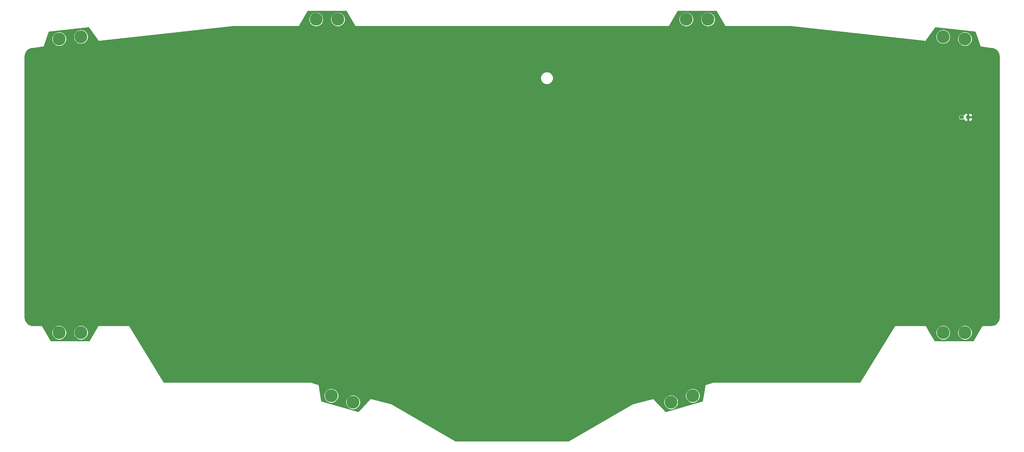
<source format=gbr>
G04 #@! TF.GenerationSoftware,KiCad,Pcbnew,(5.1.4-0)*
G04 #@! TF.CreationDate,2021-11-04T11:38:30-05:00*
G04 #@! TF.ProjectId,bottom_plate,626f7474-6f6d-45f7-906c-6174652e6b69,rev?*
G04 #@! TF.SameCoordinates,Original*
G04 #@! TF.FileFunction,Copper,L1,Top*
G04 #@! TF.FilePolarity,Positive*
%FSLAX46Y46*%
G04 Gerber Fmt 4.6, Leading zero omitted, Abs format (unit mm)*
G04 Created by KiCad (PCBNEW (5.1.4-0)) date 2021-11-04 11:38:30*
%MOMM*%
%LPD*%
G04 APERTURE LIST*
%ADD10C,3.500000*%
%ADD11C,0.100000*%
%ADD12C,0.950000*%
%ADD13C,0.500000*%
%ADD14C,0.250000*%
%ADD15C,0.254000*%
G04 APERTURE END LIST*
D10*
X247056322Y-176212604D03*
X315517202Y-158948556D03*
X315517202Y-77986124D03*
X251223506Y-73223628D03*
X148234530Y-176212604D03*
X79773650Y-158948556D03*
X144067346Y-73223628D03*
X79773650Y-77986124D03*
X73819060Y-78581436D03*
D11*
G36*
X320906064Y-99538770D02*
G01*
X320929119Y-99542189D01*
X320951728Y-99547853D01*
X320973672Y-99555705D01*
X320994742Y-99565670D01*
X321014733Y-99577652D01*
X321033453Y-99591536D01*
X321050723Y-99607188D01*
X321066375Y-99624458D01*
X321080259Y-99643178D01*
X321092241Y-99663169D01*
X321102206Y-99684239D01*
X321110058Y-99706183D01*
X321115722Y-99728792D01*
X321119141Y-99751847D01*
X321120285Y-99775126D01*
X321120285Y-100250126D01*
X321119141Y-100273405D01*
X321115722Y-100296460D01*
X321110058Y-100319069D01*
X321102206Y-100341013D01*
X321092241Y-100362083D01*
X321080259Y-100382074D01*
X321066375Y-100400794D01*
X321050723Y-100418064D01*
X321033453Y-100433716D01*
X321014733Y-100447600D01*
X320994742Y-100459582D01*
X320973672Y-100469547D01*
X320951728Y-100477399D01*
X320929119Y-100483063D01*
X320906064Y-100486482D01*
X320882785Y-100487626D01*
X320307785Y-100487626D01*
X320284506Y-100486482D01*
X320261451Y-100483063D01*
X320238842Y-100477399D01*
X320216898Y-100469547D01*
X320195828Y-100459582D01*
X320175837Y-100447600D01*
X320157117Y-100433716D01*
X320139847Y-100418064D01*
X320124195Y-100400794D01*
X320110311Y-100382074D01*
X320098329Y-100362083D01*
X320088364Y-100341013D01*
X320080512Y-100319069D01*
X320074848Y-100296460D01*
X320071429Y-100273405D01*
X320070285Y-100250126D01*
X320070285Y-99775126D01*
X320071429Y-99751847D01*
X320074848Y-99728792D01*
X320080512Y-99706183D01*
X320088364Y-99684239D01*
X320098329Y-99663169D01*
X320110311Y-99643178D01*
X320124195Y-99624458D01*
X320139847Y-99607188D01*
X320157117Y-99591536D01*
X320175837Y-99577652D01*
X320195828Y-99565670D01*
X320216898Y-99555705D01*
X320238842Y-99547853D01*
X320261451Y-99542189D01*
X320284506Y-99538770D01*
X320307785Y-99537626D01*
X320882785Y-99537626D01*
X320906064Y-99538770D01*
X320906064Y-99538770D01*
G37*
D12*
X320595285Y-100012626D03*
D11*
G36*
X322656064Y-99538770D02*
G01*
X322679119Y-99542189D01*
X322701728Y-99547853D01*
X322723672Y-99555705D01*
X322744742Y-99565670D01*
X322764733Y-99577652D01*
X322783453Y-99591536D01*
X322800723Y-99607188D01*
X322816375Y-99624458D01*
X322830259Y-99643178D01*
X322842241Y-99663169D01*
X322852206Y-99684239D01*
X322860058Y-99706183D01*
X322865722Y-99728792D01*
X322869141Y-99751847D01*
X322870285Y-99775126D01*
X322870285Y-100250126D01*
X322869141Y-100273405D01*
X322865722Y-100296460D01*
X322860058Y-100319069D01*
X322852206Y-100341013D01*
X322842241Y-100362083D01*
X322830259Y-100382074D01*
X322816375Y-100400794D01*
X322800723Y-100418064D01*
X322783453Y-100433716D01*
X322764733Y-100447600D01*
X322744742Y-100459582D01*
X322723672Y-100469547D01*
X322701728Y-100477399D01*
X322679119Y-100483063D01*
X322656064Y-100486482D01*
X322632785Y-100487626D01*
X322057785Y-100487626D01*
X322034506Y-100486482D01*
X322011451Y-100483063D01*
X321988842Y-100477399D01*
X321966898Y-100469547D01*
X321945828Y-100459582D01*
X321925837Y-100447600D01*
X321907117Y-100433716D01*
X321889847Y-100418064D01*
X321874195Y-100400794D01*
X321860311Y-100382074D01*
X321848329Y-100362083D01*
X321838364Y-100341013D01*
X321830512Y-100319069D01*
X321824848Y-100296460D01*
X321821429Y-100273405D01*
X321820285Y-100250126D01*
X321820285Y-99775126D01*
X321821429Y-99751847D01*
X321824848Y-99728792D01*
X321830512Y-99706183D01*
X321838364Y-99684239D01*
X321848329Y-99663169D01*
X321860311Y-99643178D01*
X321874195Y-99624458D01*
X321889847Y-99607188D01*
X321907117Y-99591536D01*
X321925837Y-99577652D01*
X321945828Y-99565670D01*
X321966898Y-99555705D01*
X321988842Y-99547853D01*
X322011451Y-99542189D01*
X322034506Y-99538770D01*
X322057785Y-99537626D01*
X322632785Y-99537626D01*
X322656064Y-99538770D01*
X322656064Y-99538770D01*
G37*
D12*
X322345285Y-100012626D03*
D10*
X73820040Y-158948739D03*
X150019380Y-73223743D03*
X154187295Y-177998755D03*
X245269780Y-73223743D03*
X241102993Y-177998755D03*
X321470256Y-78581436D03*
X321470100Y-158948675D03*
D13*
X323851535Y-100012626D03*
D14*
X322345285Y-100012626D02*
X323851535Y-100012626D01*
D15*
G36*
X154649938Y-75083138D02*
G01*
X154655967Y-75094418D01*
X154662090Y-75101879D01*
X154667682Y-75109756D01*
X154671571Y-75113431D01*
X154674962Y-75117563D01*
X154682423Y-75123686D01*
X154689444Y-75130321D01*
X154693975Y-75133167D01*
X154698107Y-75136558D01*
X154706612Y-75141104D01*
X154714799Y-75146246D01*
X154719805Y-75148155D01*
X154724513Y-75150672D01*
X154733738Y-75153470D01*
X154742774Y-75156917D01*
X154748056Y-75157813D01*
X154753165Y-75159363D01*
X154762758Y-75160308D01*
X154772294Y-75161926D01*
X154785121Y-75161563D01*
X240507250Y-75161606D01*
X240518557Y-75161926D01*
X240527489Y-75160410D01*
X240537686Y-75159406D01*
X240543117Y-75157759D01*
X240548077Y-75156917D01*
X240556559Y-75153681D01*
X240566338Y-75150715D01*
X240571333Y-75148045D01*
X240576052Y-75146245D01*
X240583774Y-75141396D01*
X240592744Y-75136601D01*
X240597098Y-75133028D01*
X240601408Y-75130321D01*
X240608087Y-75124009D01*
X240615889Y-75117606D01*
X240619437Y-75113283D01*
X240623169Y-75109756D01*
X240628533Y-75102200D01*
X240634884Y-75094461D01*
X240641277Y-75082500D01*
X241816380Y-73026071D01*
X243262780Y-73026071D01*
X243262780Y-73421415D01*
X243339908Y-73809163D01*
X243491200Y-74174414D01*
X243710841Y-74503131D01*
X243990392Y-74782682D01*
X244319109Y-75002323D01*
X244684360Y-75153615D01*
X245072108Y-75230743D01*
X245467452Y-75230743D01*
X245855200Y-75153615D01*
X246220451Y-75002323D01*
X246549168Y-74782682D01*
X246828719Y-74503131D01*
X247048360Y-74174414D01*
X247199652Y-73809163D01*
X247276780Y-73421415D01*
X247276780Y-73026071D01*
X247276758Y-73025956D01*
X249216506Y-73025956D01*
X249216506Y-73421300D01*
X249293634Y-73809048D01*
X249444926Y-74174299D01*
X249664567Y-74503016D01*
X249944118Y-74782567D01*
X250272835Y-75002208D01*
X250638086Y-75153500D01*
X251025834Y-75230628D01*
X251421178Y-75230628D01*
X251808926Y-75153500D01*
X252174177Y-75002208D01*
X252502894Y-74782567D01*
X252782445Y-74503016D01*
X253002086Y-74174299D01*
X253153378Y-73809048D01*
X253230506Y-73421300D01*
X253230506Y-73025956D01*
X253153378Y-72638208D01*
X253002086Y-72272957D01*
X252782445Y-71944240D01*
X252502894Y-71664689D01*
X252174177Y-71445048D01*
X251808926Y-71293756D01*
X251421178Y-71216628D01*
X251025834Y-71216628D01*
X250638086Y-71293756D01*
X250272835Y-71445048D01*
X249944118Y-71664689D01*
X249664567Y-71944240D01*
X249444926Y-72272957D01*
X249293634Y-72638208D01*
X249216506Y-73025956D01*
X247276758Y-73025956D01*
X247199652Y-72638323D01*
X247048360Y-72273072D01*
X246828719Y-71944355D01*
X246549168Y-71664804D01*
X246220451Y-71445163D01*
X245855200Y-71293871D01*
X245467452Y-71216743D01*
X245072108Y-71216743D01*
X244684360Y-71293871D01*
X244319109Y-71445163D01*
X243990392Y-71664804D01*
X243710841Y-71944355D01*
X243491200Y-72273072D01*
X243339908Y-72638323D01*
X243262780Y-73026071D01*
X241816380Y-73026071D01*
X242977347Y-70994380D01*
X253516545Y-70994380D01*
X255852978Y-75083138D01*
X255859007Y-75094418D01*
X255865130Y-75101879D01*
X255870722Y-75109756D01*
X255874611Y-75113431D01*
X255878002Y-75117563D01*
X255885463Y-75123686D01*
X255892484Y-75130321D01*
X255897015Y-75133167D01*
X255901147Y-75136558D01*
X255909652Y-75141104D01*
X255917839Y-75146246D01*
X255922845Y-75148155D01*
X255927553Y-75150672D01*
X255936778Y-75153470D01*
X255945814Y-75156917D01*
X255951096Y-75157813D01*
X255956205Y-75159363D01*
X255965798Y-75160308D01*
X255975334Y-75161926D01*
X255988160Y-75161563D01*
X273836554Y-75161606D01*
X310647164Y-79157259D01*
X310659618Y-79159008D01*
X310669504Y-79158446D01*
X310679390Y-79158544D01*
X310684405Y-79157598D01*
X310689510Y-79157308D01*
X310699092Y-79154829D01*
X310708812Y-79152996D01*
X310713552Y-79151088D01*
X310718498Y-79149808D01*
X310727403Y-79145512D01*
X310736587Y-79141814D01*
X310740868Y-79139014D01*
X310745464Y-79136797D01*
X310753358Y-79130847D01*
X310761647Y-79125427D01*
X310765297Y-79121849D01*
X310769374Y-79118776D01*
X310775960Y-79111396D01*
X310783028Y-79104467D01*
X310790122Y-79094076D01*
X311742874Y-77788452D01*
X313510202Y-77788452D01*
X313510202Y-78183796D01*
X313587330Y-78571544D01*
X313738622Y-78936795D01*
X313958263Y-79265512D01*
X314237814Y-79545063D01*
X314566531Y-79764704D01*
X314931782Y-79915996D01*
X315319530Y-79993124D01*
X315714874Y-79993124D01*
X316102622Y-79915996D01*
X316467873Y-79764704D01*
X316796590Y-79545063D01*
X317076141Y-79265512D01*
X317295782Y-78936795D01*
X317447074Y-78571544D01*
X317484425Y-78383764D01*
X319463256Y-78383764D01*
X319463256Y-78779108D01*
X319540384Y-79166856D01*
X319691676Y-79532107D01*
X319911317Y-79860824D01*
X320190868Y-80140375D01*
X320519585Y-80360016D01*
X320884836Y-80511308D01*
X321272584Y-80588436D01*
X321667928Y-80588436D01*
X322055676Y-80511308D01*
X322420927Y-80360016D01*
X322749644Y-80140375D01*
X323029195Y-79860824D01*
X323248836Y-79532107D01*
X323400128Y-79166856D01*
X323477256Y-78779108D01*
X323477256Y-78383764D01*
X323400128Y-77996016D01*
X323248836Y-77630765D01*
X323029195Y-77302048D01*
X322749644Y-77022497D01*
X322420927Y-76802856D01*
X322055676Y-76651564D01*
X321667928Y-76574436D01*
X321272584Y-76574436D01*
X320884836Y-76651564D01*
X320519585Y-76802856D01*
X320190868Y-77022497D01*
X319911317Y-77302048D01*
X319691676Y-77630765D01*
X319540384Y-77996016D01*
X319463256Y-78383764D01*
X317484425Y-78383764D01*
X317524202Y-78183796D01*
X317524202Y-77788452D01*
X317447074Y-77400704D01*
X317295782Y-77035453D01*
X317076141Y-76706736D01*
X316796590Y-76427185D01*
X316467873Y-76207544D01*
X316102622Y-76056252D01*
X315714874Y-75979124D01*
X315319530Y-75979124D01*
X314931782Y-76056252D01*
X314566531Y-76207544D01*
X314237814Y-76427185D01*
X313958263Y-76706736D01*
X313738622Y-77035453D01*
X313587330Y-77400704D01*
X313510202Y-77788452D01*
X311742874Y-77788452D01*
X313436875Y-75467045D01*
X324253331Y-76647021D01*
X325618176Y-80644069D01*
X325618660Y-80646886D01*
X325622998Y-80658191D01*
X325624498Y-80662583D01*
X325625681Y-80665181D01*
X325629387Y-80674839D01*
X325631868Y-80678772D01*
X325633797Y-80683009D01*
X325639843Y-80691414D01*
X325645362Y-80700163D01*
X325648564Y-80703537D01*
X325651281Y-80707315D01*
X325658853Y-80714382D01*
X325665971Y-80721884D01*
X325669763Y-80724564D01*
X325673170Y-80727744D01*
X325681987Y-80733205D01*
X325690421Y-80739166D01*
X325694663Y-80741055D01*
X325698625Y-80743509D01*
X325708329Y-80747142D01*
X325717772Y-80751347D01*
X325722305Y-80752373D01*
X325726667Y-80754006D01*
X325736893Y-80755675D01*
X325739661Y-80756302D01*
X325744241Y-80756875D01*
X325756217Y-80758830D01*
X325759080Y-80758731D01*
X328596489Y-81113666D01*
X328597069Y-81113789D01*
X328599179Y-81114011D01*
X328599505Y-81114043D01*
X328602599Y-81114430D01*
X328603765Y-81114461D01*
X329046868Y-81157908D01*
X329463238Y-81283617D01*
X329847258Y-81487804D01*
X330184307Y-81762694D01*
X330461539Y-82097811D01*
X330668406Y-82480404D01*
X330797019Y-82895882D01*
X330843234Y-83335591D01*
X330843264Y-83344232D01*
X330843289Y-154774035D01*
X330800116Y-155214340D01*
X330674407Y-155630710D01*
X330470219Y-156014731D01*
X330195330Y-156351779D01*
X329860213Y-156629011D01*
X329477620Y-156835878D01*
X329062142Y-156964491D01*
X328622433Y-157010706D01*
X328613732Y-157010736D01*
X326241322Y-157010801D01*
X326222150Y-157010258D01*
X326210091Y-157012304D01*
X326203017Y-157013001D01*
X326199251Y-157014144D01*
X326192630Y-157015267D01*
X326181292Y-157019592D01*
X326174366Y-157021693D01*
X326170834Y-157023581D01*
X326164655Y-157025938D01*
X326154543Y-157032289D01*
X326147960Y-157035808D01*
X326144763Y-157038432D01*
X326139300Y-157041863D01*
X326130830Y-157049867D01*
X326124816Y-157054803D01*
X326122084Y-157058132D01*
X326117538Y-157062428D01*
X326110998Y-157071641D01*
X326105821Y-157077949D01*
X326101281Y-157086443D01*
X323763361Y-161177804D01*
X313224163Y-161177804D01*
X311837351Y-158750884D01*
X313510202Y-158750884D01*
X313510202Y-159146228D01*
X313587330Y-159533976D01*
X313738622Y-159899227D01*
X313958263Y-160227944D01*
X314237814Y-160507495D01*
X314566531Y-160727136D01*
X314931782Y-160878428D01*
X315319530Y-160955556D01*
X315714874Y-160955556D01*
X316102622Y-160878428D01*
X316467873Y-160727136D01*
X316796590Y-160507495D01*
X317076141Y-160227944D01*
X317295782Y-159899227D01*
X317447074Y-159533976D01*
X317524202Y-159146228D01*
X317524202Y-158751003D01*
X319463100Y-158751003D01*
X319463100Y-159146347D01*
X319540228Y-159534095D01*
X319691520Y-159899346D01*
X319911161Y-160228063D01*
X320190712Y-160507614D01*
X320519429Y-160727255D01*
X320884680Y-160878547D01*
X321272428Y-160955675D01*
X321667772Y-160955675D01*
X322055520Y-160878547D01*
X322420771Y-160727255D01*
X322749488Y-160507614D01*
X323029039Y-160228063D01*
X323248680Y-159899346D01*
X323399972Y-159534095D01*
X323477100Y-159146347D01*
X323477100Y-158751003D01*
X323399972Y-158363255D01*
X323248680Y-157998004D01*
X323029039Y-157669287D01*
X322749488Y-157389736D01*
X322420771Y-157170095D01*
X322055520Y-157018803D01*
X321667772Y-156941675D01*
X321272428Y-156941675D01*
X320884680Y-157018803D01*
X320519429Y-157170095D01*
X320190712Y-157389736D01*
X319911161Y-157669287D01*
X319691520Y-157998004D01*
X319540228Y-158363255D01*
X319463100Y-158751003D01*
X317524202Y-158751003D01*
X317524202Y-158750884D01*
X317447074Y-158363136D01*
X317295782Y-157997885D01*
X317076141Y-157669168D01*
X316796590Y-157389617D01*
X316467873Y-157169976D01*
X316102622Y-157018684D01*
X315714874Y-156941556D01*
X315319530Y-156941556D01*
X314931782Y-157018684D01*
X314566531Y-157169976D01*
X314237814Y-157389617D01*
X313958263Y-157669168D01*
X313738622Y-157997885D01*
X313587330Y-158363136D01*
X313510202Y-158750884D01*
X311837351Y-158750884D01*
X310887751Y-157089086D01*
X310881695Y-157077757D01*
X310875567Y-157070291D01*
X310869985Y-157062428D01*
X310866093Y-157058750D01*
X310862698Y-157054614D01*
X310855244Y-157048497D01*
X310848224Y-157041863D01*
X310843689Y-157039015D01*
X310839552Y-157035620D01*
X310831040Y-157031071D01*
X310822868Y-157025939D01*
X310817865Y-157024031D01*
X310813145Y-157021508D01*
X310803917Y-157018710D01*
X310794893Y-157015267D01*
X310789608Y-157014370D01*
X310784493Y-157012819D01*
X310774899Y-157011874D01*
X310765373Y-157010258D01*
X310752560Y-157010621D01*
X302424635Y-157011160D01*
X302414302Y-157010532D01*
X302402275Y-157012173D01*
X302390214Y-157013362D01*
X302387473Y-157014194D01*
X302384635Y-157014581D01*
X302373172Y-157018533D01*
X302361562Y-157022055D01*
X302359035Y-157023406D01*
X302356328Y-157024339D01*
X302345852Y-157030454D01*
X302335157Y-157036171D01*
X302332944Y-157037987D01*
X302330469Y-157039432D01*
X302321382Y-157047478D01*
X302312014Y-157055167D01*
X302310198Y-157057380D01*
X302308052Y-157059280D01*
X302300707Y-157068947D01*
X302293020Y-157078314D01*
X302288151Y-157087425D01*
X292811555Y-172488732D01*
X252703760Y-172488732D01*
X252696488Y-172489448D01*
X252695430Y-172489454D01*
X252694501Y-172489644D01*
X252681425Y-172490932D01*
X252652773Y-172499623D01*
X252649577Y-172501332D01*
X250516862Y-173160884D01*
X250514081Y-173161276D01*
X250502568Y-173165304D01*
X250498109Y-173166683D01*
X250495546Y-173167761D01*
X250485819Y-173171164D01*
X250481759Y-173173559D01*
X250477421Y-173175383D01*
X250468896Y-173181146D01*
X250460029Y-173186376D01*
X250456518Y-173189513D01*
X250452616Y-173192151D01*
X250445382Y-173199463D01*
X250437702Y-173206326D01*
X250434866Y-173210094D01*
X250431559Y-173213437D01*
X250425894Y-173222015D01*
X250419697Y-173230249D01*
X250417652Y-173234496D01*
X250415059Y-173238422D01*
X250411173Y-173247949D01*
X250406706Y-173257224D01*
X250405530Y-173261783D01*
X250403750Y-173266146D01*
X250401797Y-173276252D01*
X250401099Y-173278956D01*
X250400377Y-173283595D01*
X250398068Y-173295543D01*
X250398083Y-173298344D01*
X249714920Y-177690115D01*
X239696965Y-180538358D01*
X237093769Y-177801083D01*
X239095993Y-177801083D01*
X239095993Y-178196427D01*
X239173121Y-178584175D01*
X239324413Y-178949426D01*
X239544054Y-179278143D01*
X239823605Y-179557694D01*
X240152322Y-179777335D01*
X240517573Y-179928627D01*
X240905321Y-180005755D01*
X241300665Y-180005755D01*
X241688413Y-179928627D01*
X242053664Y-179777335D01*
X242382381Y-179557694D01*
X242661932Y-179278143D01*
X242881573Y-178949426D01*
X243032865Y-178584175D01*
X243109993Y-178196427D01*
X243109993Y-177801083D01*
X243032865Y-177413335D01*
X242881573Y-177048084D01*
X242661932Y-176719367D01*
X242382381Y-176439816D01*
X242053664Y-176220175D01*
X241688413Y-176068883D01*
X241417184Y-176014932D01*
X245049322Y-176014932D01*
X245049322Y-176410276D01*
X245126450Y-176798024D01*
X245277742Y-177163275D01*
X245497383Y-177491992D01*
X245776934Y-177771543D01*
X246105651Y-177991184D01*
X246470902Y-178142476D01*
X246858650Y-178219604D01*
X247253994Y-178219604D01*
X247641742Y-178142476D01*
X248006993Y-177991184D01*
X248335710Y-177771543D01*
X248615261Y-177491992D01*
X248834902Y-177163275D01*
X248986194Y-176798024D01*
X249063322Y-176410276D01*
X249063322Y-176014932D01*
X248986194Y-175627184D01*
X248834902Y-175261933D01*
X248615261Y-174933216D01*
X248335710Y-174653665D01*
X248006993Y-174434024D01*
X247641742Y-174282732D01*
X247253994Y-174205604D01*
X246858650Y-174205604D01*
X246470902Y-174282732D01*
X246105651Y-174434024D01*
X245776934Y-174653665D01*
X245497383Y-174933216D01*
X245277742Y-175261933D01*
X245126450Y-175627184D01*
X245049322Y-176014932D01*
X241417184Y-176014932D01*
X241300665Y-175991755D01*
X240905321Y-175991755D01*
X240517573Y-176068883D01*
X240152322Y-176220175D01*
X239823605Y-176439816D01*
X239544054Y-176719367D01*
X239324413Y-177048084D01*
X239173121Y-177413335D01*
X239095993Y-177801083D01*
X237093769Y-177801083D01*
X236333984Y-177002165D01*
X236324052Y-176991572D01*
X236317502Y-176986884D01*
X236311425Y-176981636D01*
X236305371Y-176978202D01*
X236299704Y-176974146D01*
X236292375Y-176970830D01*
X236285382Y-176966863D01*
X236278775Y-176964676D01*
X236272425Y-176961803D01*
X236264586Y-176959980D01*
X236256957Y-176957455D01*
X236250048Y-176956599D01*
X236243262Y-176955021D01*
X236235220Y-176954762D01*
X236227243Y-176953774D01*
X236220299Y-176954282D01*
X236213336Y-176954058D01*
X236205405Y-176955372D01*
X236197382Y-176955959D01*
X236183511Y-176959789D01*
X230647749Y-178446385D01*
X230635697Y-178449185D01*
X230626498Y-178453344D01*
X230617050Y-178456906D01*
X230606554Y-178463441D01*
X213082618Y-188562390D01*
X182207268Y-188562156D01*
X164683751Y-178463451D01*
X164673209Y-178456891D01*
X164663758Y-178453330D01*
X164654590Y-178449185D01*
X164642559Y-178446389D01*
X159089958Y-176956534D01*
X159076174Y-176952728D01*
X159068142Y-176952140D01*
X159060187Y-176950824D01*
X159053238Y-176951049D01*
X159046312Y-176950542D01*
X159038319Y-176951532D01*
X159030263Y-176951793D01*
X159023496Y-176953368D01*
X159016597Y-176954223D01*
X159008943Y-176956756D01*
X159001101Y-176958582D01*
X158994774Y-176961446D01*
X158988173Y-176963631D01*
X158981161Y-176967609D01*
X158973824Y-176970930D01*
X158968176Y-176974974D01*
X158962130Y-176978404D01*
X158956031Y-176983671D01*
X158949480Y-176988362D01*
X158939666Y-176998834D01*
X155576592Y-180535124D01*
X145558637Y-177686883D01*
X145298556Y-176014932D01*
X146227530Y-176014932D01*
X146227530Y-176410276D01*
X146304658Y-176798024D01*
X146455950Y-177163275D01*
X146675591Y-177491992D01*
X146955142Y-177771543D01*
X147283859Y-177991184D01*
X147649110Y-178142476D01*
X148036858Y-178219604D01*
X148432202Y-178219604D01*
X148819950Y-178142476D01*
X149185201Y-177991184D01*
X149469708Y-177801083D01*
X152180295Y-177801083D01*
X152180295Y-178196427D01*
X152257423Y-178584175D01*
X152408715Y-178949426D01*
X152628356Y-179278143D01*
X152907907Y-179557694D01*
X153236624Y-179777335D01*
X153601875Y-179928627D01*
X153989623Y-180005755D01*
X154384967Y-180005755D01*
X154772715Y-179928627D01*
X155137966Y-179777335D01*
X155466683Y-179557694D01*
X155746234Y-179278143D01*
X155965875Y-178949426D01*
X156117167Y-178584175D01*
X156194295Y-178196427D01*
X156194295Y-177801083D01*
X156117167Y-177413335D01*
X155965875Y-177048084D01*
X155746234Y-176719367D01*
X155466683Y-176439816D01*
X155137966Y-176220175D01*
X154772715Y-176068883D01*
X154384967Y-175991755D01*
X153989623Y-175991755D01*
X153601875Y-176068883D01*
X153236624Y-176220175D01*
X152907907Y-176439816D01*
X152628356Y-176719367D01*
X152408715Y-177048084D01*
X152257423Y-177413335D01*
X152180295Y-177801083D01*
X149469708Y-177801083D01*
X149513918Y-177771543D01*
X149793469Y-177491992D01*
X150013110Y-177163275D01*
X150164402Y-176798024D01*
X150241530Y-176410276D01*
X150241530Y-176014932D01*
X150164402Y-175627184D01*
X150013110Y-175261933D01*
X149793469Y-174933216D01*
X149513918Y-174653665D01*
X149185201Y-174434024D01*
X148819950Y-174282732D01*
X148432202Y-174205604D01*
X148036858Y-174205604D01*
X147649110Y-174282732D01*
X147283859Y-174434024D01*
X146955142Y-174653665D01*
X146675591Y-174933216D01*
X146455950Y-175261933D01*
X146304658Y-175627184D01*
X146227530Y-176014932D01*
X145298556Y-176014932D01*
X144875485Y-173295198D01*
X144875503Y-173292477D01*
X144873188Y-173280429D01*
X144872456Y-173275724D01*
X144871781Y-173273109D01*
X144869853Y-173263074D01*
X144868045Y-173258628D01*
X144866849Y-173253992D01*
X144862424Y-173244803D01*
X144858575Y-173235338D01*
X144855937Y-173231334D01*
X144853858Y-173227017D01*
X144847720Y-173218862D01*
X144842102Y-173210334D01*
X144838735Y-173206923D01*
X144835853Y-173203094D01*
X144828241Y-173196292D01*
X144821068Y-173189026D01*
X144817098Y-173186336D01*
X144813526Y-173183144D01*
X144804742Y-173177963D01*
X144796282Y-173172230D01*
X144791861Y-173170365D01*
X144787736Y-173167932D01*
X144778105Y-173164562D01*
X144775603Y-173163507D01*
X144771035Y-173162089D01*
X144759474Y-173158044D01*
X144756784Y-173157664D01*
X142637949Y-172499857D01*
X142637512Y-172499623D01*
X142623773Y-172495456D01*
X142617007Y-172493355D01*
X142616513Y-172493253D01*
X142608860Y-172490932D01*
X142601884Y-172490245D01*
X142595024Y-172488834D01*
X142587032Y-172488782D01*
X142586525Y-172488732D01*
X142579380Y-172488732D01*
X142565084Y-172488639D01*
X142564598Y-172488732D01*
X102479116Y-172489350D01*
X93001012Y-157087431D01*
X92996138Y-157078311D01*
X92988433Y-157068922D01*
X92981101Y-157059274D01*
X92978962Y-157057380D01*
X92977144Y-157055165D01*
X92967758Y-157047461D01*
X92958683Y-157039427D01*
X92956213Y-157037986D01*
X92954000Y-157036169D01*
X92943303Y-157030451D01*
X92932824Y-157024335D01*
X92930117Y-157023402D01*
X92927595Y-157022054D01*
X92915992Y-157018534D01*
X92904516Y-157014579D01*
X92901679Y-157014192D01*
X92898943Y-157013362D01*
X92886881Y-157012173D01*
X92874849Y-157010532D01*
X92864524Y-157011160D01*
X84544654Y-157010801D01*
X84525478Y-157010258D01*
X84513427Y-157012303D01*
X84506356Y-157012999D01*
X84502587Y-157014142D01*
X84495958Y-157015267D01*
X84484626Y-157019590D01*
X84477704Y-157021689D01*
X84474168Y-157023579D01*
X84467983Y-157025938D01*
X84457877Y-157032285D01*
X84451297Y-157035802D01*
X84448097Y-157038428D01*
X84442628Y-157041863D01*
X84434163Y-157049863D01*
X84428151Y-157054796D01*
X84425416Y-157058128D01*
X84420866Y-157062428D01*
X84414330Y-157071635D01*
X84409155Y-157077940D01*
X84404615Y-157086433D01*
X82066689Y-161177804D01*
X71527491Y-161177804D01*
X70140784Y-158751067D01*
X71813040Y-158751067D01*
X71813040Y-159146411D01*
X71890168Y-159534159D01*
X72041460Y-159899410D01*
X72261101Y-160228127D01*
X72540652Y-160507678D01*
X72869369Y-160727319D01*
X73234620Y-160878611D01*
X73622368Y-160955739D01*
X74017712Y-160955739D01*
X74405460Y-160878611D01*
X74770711Y-160727319D01*
X75099428Y-160507678D01*
X75378979Y-160228127D01*
X75598620Y-159899410D01*
X75749912Y-159534159D01*
X75827040Y-159146411D01*
X75827040Y-158751067D01*
X75827004Y-158750884D01*
X77766650Y-158750884D01*
X77766650Y-159146228D01*
X77843778Y-159533976D01*
X77995070Y-159899227D01*
X78214711Y-160227944D01*
X78494262Y-160507495D01*
X78822979Y-160727136D01*
X79188230Y-160878428D01*
X79575978Y-160955556D01*
X79971322Y-160955556D01*
X80359070Y-160878428D01*
X80724321Y-160727136D01*
X81053038Y-160507495D01*
X81332589Y-160227944D01*
X81552230Y-159899227D01*
X81703522Y-159533976D01*
X81780650Y-159146228D01*
X81780650Y-158750884D01*
X81703522Y-158363136D01*
X81552230Y-157997885D01*
X81332589Y-157669168D01*
X81053038Y-157389617D01*
X80724321Y-157169976D01*
X80359070Y-157018684D01*
X79971322Y-156941556D01*
X79575978Y-156941556D01*
X79188230Y-157018684D01*
X78822979Y-157169976D01*
X78494262Y-157389617D01*
X78214711Y-157669168D01*
X77995070Y-157997885D01*
X77843778Y-158363136D01*
X77766650Y-158750884D01*
X75827004Y-158750884D01*
X75749912Y-158363319D01*
X75598620Y-157998068D01*
X75378979Y-157669351D01*
X75099428Y-157389800D01*
X74770711Y-157170159D01*
X74405460Y-157018867D01*
X74017712Y-156941739D01*
X73622368Y-156941739D01*
X73234620Y-157018867D01*
X72869369Y-157170159D01*
X72540652Y-157389800D01*
X72261101Y-157669351D01*
X72041460Y-157998068D01*
X71890168Y-158363319D01*
X71813040Y-158751067D01*
X70140784Y-158751067D01*
X69191062Y-157089055D01*
X69185009Y-157077737D01*
X69178889Y-157070283D01*
X69173313Y-157062428D01*
X69169415Y-157058744D01*
X69166009Y-157054596D01*
X69158556Y-157048482D01*
X69151552Y-157041863D01*
X69147011Y-157039011D01*
X69142860Y-157035606D01*
X69134352Y-157031061D01*
X69126196Y-157025939D01*
X69121185Y-157024027D01*
X69116450Y-157021498D01*
X69107230Y-157018704D01*
X69098221Y-157015267D01*
X69092925Y-157014368D01*
X69087796Y-157012814D01*
X69078216Y-157011873D01*
X69068701Y-157010258D01*
X69055869Y-157010621D01*
X66682705Y-157011159D01*
X66242424Y-156967988D01*
X65826054Y-156842279D01*
X65442033Y-156638091D01*
X65104985Y-156363202D01*
X64827753Y-156028085D01*
X64620886Y-155645492D01*
X64492273Y-155230014D01*
X64446058Y-154790305D01*
X64446027Y-154781378D01*
X64446019Y-154781299D01*
X64446025Y-99775126D01*
X319812042Y-99775126D01*
X319812042Y-100250126D01*
X319821568Y-100346841D01*
X319849778Y-100439839D01*
X319895590Y-100525546D01*
X319957242Y-100600669D01*
X320032365Y-100662321D01*
X320118072Y-100708133D01*
X320211070Y-100736343D01*
X320307785Y-100745869D01*
X320882785Y-100745869D01*
X320979500Y-100736343D01*
X321072498Y-100708133D01*
X321158205Y-100662321D01*
X321199440Y-100628481D01*
X321230783Y-100731806D01*
X321289748Y-100842120D01*
X321369100Y-100938811D01*
X321465791Y-101018163D01*
X321576105Y-101077128D01*
X321695803Y-101113438D01*
X321820285Y-101125698D01*
X322059535Y-101122626D01*
X322218285Y-100963876D01*
X322218285Y-100139626D01*
X322472285Y-100139626D01*
X322472285Y-100963876D01*
X322631035Y-101122626D01*
X322870285Y-101125698D01*
X322994767Y-101113438D01*
X323114465Y-101077128D01*
X323224779Y-101018163D01*
X323321470Y-100938811D01*
X323400822Y-100842120D01*
X323459787Y-100731806D01*
X323496097Y-100612108D01*
X323508357Y-100487626D01*
X323505285Y-100298376D01*
X323346535Y-100139626D01*
X322472285Y-100139626D01*
X322218285Y-100139626D01*
X322198285Y-100139626D01*
X322198285Y-99885626D01*
X322218285Y-99885626D01*
X322218285Y-99061376D01*
X322472285Y-99061376D01*
X322472285Y-99885626D01*
X323346535Y-99885626D01*
X323505285Y-99726876D01*
X323508357Y-99537626D01*
X323496097Y-99413144D01*
X323459787Y-99293446D01*
X323400822Y-99183132D01*
X323321470Y-99086441D01*
X323224779Y-99007089D01*
X323114465Y-98948124D01*
X322994767Y-98911814D01*
X322870285Y-98899554D01*
X322631035Y-98902626D01*
X322472285Y-99061376D01*
X322218285Y-99061376D01*
X322059535Y-98902626D01*
X321820285Y-98899554D01*
X321695803Y-98911814D01*
X321576105Y-98948124D01*
X321465791Y-99007089D01*
X321369100Y-99086441D01*
X321289748Y-99183132D01*
X321230783Y-99293446D01*
X321199440Y-99396771D01*
X321158205Y-99362931D01*
X321072498Y-99317119D01*
X320979500Y-99288909D01*
X320882785Y-99279383D01*
X320307785Y-99279383D01*
X320211070Y-99288909D01*
X320118072Y-99317119D01*
X320032365Y-99362931D01*
X319957242Y-99424583D01*
X319895590Y-99499706D01*
X319849778Y-99585413D01*
X319821568Y-99678411D01*
X319812042Y-99775126D01*
X64446025Y-99775126D01*
X64446027Y-89124003D01*
X205413418Y-89124003D01*
X205413418Y-89470101D01*
X205480939Y-89809550D01*
X205613385Y-90129303D01*
X205805667Y-90417074D01*
X206050396Y-90661803D01*
X206338167Y-90854085D01*
X206657920Y-90986531D01*
X206997369Y-91054052D01*
X207343467Y-91054052D01*
X207682916Y-90986531D01*
X208002669Y-90854085D01*
X208290440Y-90661803D01*
X208535169Y-90417074D01*
X208727451Y-90129303D01*
X208859897Y-89809550D01*
X208927418Y-89470101D01*
X208927418Y-89124003D01*
X208859897Y-88784554D01*
X208727451Y-88464801D01*
X208535169Y-88177030D01*
X208290440Y-87932301D01*
X208002669Y-87740019D01*
X207682916Y-87607573D01*
X207343467Y-87540052D01*
X206997369Y-87540052D01*
X206657920Y-87607573D01*
X206338167Y-87740019D01*
X206050396Y-87932301D01*
X205805667Y-88177030D01*
X205613385Y-88464801D01*
X205480939Y-88784554D01*
X205413418Y-89124003D01*
X64446027Y-89124003D01*
X64446028Y-83351427D01*
X64489200Y-82911132D01*
X64614909Y-82494762D01*
X64819096Y-82110742D01*
X65093986Y-81773693D01*
X65429103Y-81496461D01*
X65811696Y-81289594D01*
X66227174Y-81160981D01*
X66664167Y-81115052D01*
X66664308Y-81115076D01*
X66686742Y-81114486D01*
X69530275Y-80758787D01*
X69533124Y-80758885D01*
X69545055Y-80756938D01*
X69549681Y-80756359D01*
X69552473Y-80755727D01*
X69562674Y-80754062D01*
X69567028Y-80752432D01*
X69571570Y-80751404D01*
X69581032Y-80747190D01*
X69590716Y-80743565D01*
X69594670Y-80741116D01*
X69598921Y-80739223D01*
X69607373Y-80733249D01*
X69616171Y-80727800D01*
X69619571Y-80724627D01*
X69623371Y-80721941D01*
X69630500Y-80714427D01*
X69638061Y-80707371D01*
X69640775Y-80703598D01*
X69643980Y-80700220D01*
X69649509Y-80691455D01*
X69655544Y-80683065D01*
X69657469Y-80678838D01*
X69659955Y-80674896D01*
X69663669Y-80665217D01*
X69664843Y-80662639D01*
X69666332Y-80658279D01*
X69670682Y-80646943D01*
X69671167Y-80644119D01*
X70442995Y-78383764D01*
X71812060Y-78383764D01*
X71812060Y-78779108D01*
X71889188Y-79166856D01*
X72040480Y-79532107D01*
X72260121Y-79860824D01*
X72539672Y-80140375D01*
X72868389Y-80360016D01*
X73233640Y-80511308D01*
X73621388Y-80588436D01*
X74016732Y-80588436D01*
X74404480Y-80511308D01*
X74769731Y-80360016D01*
X75098448Y-80140375D01*
X75377999Y-79860824D01*
X75597640Y-79532107D01*
X75748932Y-79166856D01*
X75826060Y-78779108D01*
X75826060Y-78383764D01*
X75748932Y-77996016D01*
X75662957Y-77788452D01*
X77766650Y-77788452D01*
X77766650Y-78183796D01*
X77843778Y-78571544D01*
X77995070Y-78936795D01*
X78214711Y-79265512D01*
X78494262Y-79545063D01*
X78822979Y-79764704D01*
X79188230Y-79915996D01*
X79575978Y-79993124D01*
X79971322Y-79993124D01*
X80359070Y-79915996D01*
X80724321Y-79764704D01*
X81053038Y-79545063D01*
X81332589Y-79265512D01*
X81552230Y-78936795D01*
X81703522Y-78571544D01*
X81780650Y-78183796D01*
X81780650Y-77788452D01*
X81703522Y-77400704D01*
X81552230Y-77035453D01*
X81332589Y-76706736D01*
X81053038Y-76427185D01*
X80724321Y-76207544D01*
X80359070Y-76056252D01*
X79971322Y-75979124D01*
X79575978Y-75979124D01*
X79188230Y-76056252D01*
X78822979Y-76207544D01*
X78494262Y-76427185D01*
X78214711Y-76706736D01*
X77995070Y-77035453D01*
X77843778Y-77400704D01*
X77766650Y-77788452D01*
X75662957Y-77788452D01*
X75597640Y-77630765D01*
X75377999Y-77302048D01*
X75098448Y-77022497D01*
X74769731Y-76802856D01*
X74404480Y-76651564D01*
X74016732Y-76574436D01*
X73621388Y-76574436D01*
X73233640Y-76651564D01*
X72868389Y-76802856D01*
X72539672Y-77022497D01*
X72260121Y-77302048D01*
X72040480Y-77630765D01*
X71889188Y-77996016D01*
X71812060Y-78383764D01*
X70442995Y-78383764D01*
X71036011Y-76647077D01*
X81852469Y-75467102D01*
X84499241Y-79094162D01*
X84506314Y-79104523D01*
X84513372Y-79111442D01*
X84519967Y-79118832D01*
X84524052Y-79121911D01*
X84527696Y-79125483D01*
X84535972Y-79130895D01*
X84543877Y-79136853D01*
X84548477Y-79139073D01*
X84552755Y-79141870D01*
X84561933Y-79145565D01*
X84570843Y-79149864D01*
X84575791Y-79151144D01*
X84580530Y-79153052D01*
X84590245Y-79154884D01*
X84599831Y-79157364D01*
X84604938Y-79157654D01*
X84609953Y-79158600D01*
X84619838Y-79158502D01*
X84629724Y-79159064D01*
X84642178Y-79157315D01*
X121453313Y-75161606D01*
X139304210Y-75161606D01*
X139315517Y-75161926D01*
X139324448Y-75160411D01*
X139334647Y-75159406D01*
X139340079Y-75157758D01*
X139345037Y-75156917D01*
X139353515Y-75153683D01*
X139363299Y-75150715D01*
X139368296Y-75148044D01*
X139373012Y-75146245D01*
X139380728Y-75141399D01*
X139389705Y-75136601D01*
X139394062Y-75133025D01*
X139398368Y-75130321D01*
X139405041Y-75124015D01*
X139412850Y-75117606D01*
X139416401Y-75113279D01*
X139420129Y-75109756D01*
X139425486Y-75102209D01*
X139431845Y-75094461D01*
X139438253Y-75082473D01*
X140613406Y-73025956D01*
X142060346Y-73025956D01*
X142060346Y-73421300D01*
X142137474Y-73809048D01*
X142288766Y-74174299D01*
X142508407Y-74503016D01*
X142787958Y-74782567D01*
X143116675Y-75002208D01*
X143481926Y-75153500D01*
X143869674Y-75230628D01*
X144265018Y-75230628D01*
X144652766Y-75153500D01*
X145018017Y-75002208D01*
X145346734Y-74782567D01*
X145626285Y-74503016D01*
X145845926Y-74174299D01*
X145997218Y-73809048D01*
X146074346Y-73421300D01*
X146074346Y-73026071D01*
X148012380Y-73026071D01*
X148012380Y-73421415D01*
X148089508Y-73809163D01*
X148240800Y-74174414D01*
X148460441Y-74503131D01*
X148739992Y-74782682D01*
X149068709Y-75002323D01*
X149433960Y-75153615D01*
X149821708Y-75230743D01*
X150217052Y-75230743D01*
X150604800Y-75153615D01*
X150970051Y-75002323D01*
X151298768Y-74782682D01*
X151578319Y-74503131D01*
X151797960Y-74174414D01*
X151949252Y-73809163D01*
X152026380Y-73421415D01*
X152026380Y-73026071D01*
X151949252Y-72638323D01*
X151797960Y-72273072D01*
X151578319Y-71944355D01*
X151298768Y-71664804D01*
X150970051Y-71445163D01*
X150604800Y-71293871D01*
X150217052Y-71216743D01*
X149821708Y-71216743D01*
X149433960Y-71293871D01*
X149068709Y-71445163D01*
X148739992Y-71664804D01*
X148460441Y-71944355D01*
X148240800Y-72273072D01*
X148089508Y-72638323D01*
X148012380Y-73026071D01*
X146074346Y-73026071D01*
X146074346Y-73025956D01*
X145997218Y-72638208D01*
X145845926Y-72272957D01*
X145626285Y-71944240D01*
X145346734Y-71664689D01*
X145018017Y-71445048D01*
X144652766Y-71293756D01*
X144265018Y-71216628D01*
X143869674Y-71216628D01*
X143481926Y-71293756D01*
X143116675Y-71445048D01*
X142787958Y-71664689D01*
X142508407Y-71944240D01*
X142288766Y-72272957D01*
X142137474Y-72638208D01*
X142060346Y-73025956D01*
X140613406Y-73025956D01*
X141774307Y-70994380D01*
X152313505Y-70994380D01*
X154649938Y-75083138D01*
X154649938Y-75083138D01*
G37*
X154649938Y-75083138D02*
X154655967Y-75094418D01*
X154662090Y-75101879D01*
X154667682Y-75109756D01*
X154671571Y-75113431D01*
X154674962Y-75117563D01*
X154682423Y-75123686D01*
X154689444Y-75130321D01*
X154693975Y-75133167D01*
X154698107Y-75136558D01*
X154706612Y-75141104D01*
X154714799Y-75146246D01*
X154719805Y-75148155D01*
X154724513Y-75150672D01*
X154733738Y-75153470D01*
X154742774Y-75156917D01*
X154748056Y-75157813D01*
X154753165Y-75159363D01*
X154762758Y-75160308D01*
X154772294Y-75161926D01*
X154785121Y-75161563D01*
X240507250Y-75161606D01*
X240518557Y-75161926D01*
X240527489Y-75160410D01*
X240537686Y-75159406D01*
X240543117Y-75157759D01*
X240548077Y-75156917D01*
X240556559Y-75153681D01*
X240566338Y-75150715D01*
X240571333Y-75148045D01*
X240576052Y-75146245D01*
X240583774Y-75141396D01*
X240592744Y-75136601D01*
X240597098Y-75133028D01*
X240601408Y-75130321D01*
X240608087Y-75124009D01*
X240615889Y-75117606D01*
X240619437Y-75113283D01*
X240623169Y-75109756D01*
X240628533Y-75102200D01*
X240634884Y-75094461D01*
X240641277Y-75082500D01*
X241816380Y-73026071D01*
X243262780Y-73026071D01*
X243262780Y-73421415D01*
X243339908Y-73809163D01*
X243491200Y-74174414D01*
X243710841Y-74503131D01*
X243990392Y-74782682D01*
X244319109Y-75002323D01*
X244684360Y-75153615D01*
X245072108Y-75230743D01*
X245467452Y-75230743D01*
X245855200Y-75153615D01*
X246220451Y-75002323D01*
X246549168Y-74782682D01*
X246828719Y-74503131D01*
X247048360Y-74174414D01*
X247199652Y-73809163D01*
X247276780Y-73421415D01*
X247276780Y-73026071D01*
X247276758Y-73025956D01*
X249216506Y-73025956D01*
X249216506Y-73421300D01*
X249293634Y-73809048D01*
X249444926Y-74174299D01*
X249664567Y-74503016D01*
X249944118Y-74782567D01*
X250272835Y-75002208D01*
X250638086Y-75153500D01*
X251025834Y-75230628D01*
X251421178Y-75230628D01*
X251808926Y-75153500D01*
X252174177Y-75002208D01*
X252502894Y-74782567D01*
X252782445Y-74503016D01*
X253002086Y-74174299D01*
X253153378Y-73809048D01*
X253230506Y-73421300D01*
X253230506Y-73025956D01*
X253153378Y-72638208D01*
X253002086Y-72272957D01*
X252782445Y-71944240D01*
X252502894Y-71664689D01*
X252174177Y-71445048D01*
X251808926Y-71293756D01*
X251421178Y-71216628D01*
X251025834Y-71216628D01*
X250638086Y-71293756D01*
X250272835Y-71445048D01*
X249944118Y-71664689D01*
X249664567Y-71944240D01*
X249444926Y-72272957D01*
X249293634Y-72638208D01*
X249216506Y-73025956D01*
X247276758Y-73025956D01*
X247199652Y-72638323D01*
X247048360Y-72273072D01*
X246828719Y-71944355D01*
X246549168Y-71664804D01*
X246220451Y-71445163D01*
X245855200Y-71293871D01*
X245467452Y-71216743D01*
X245072108Y-71216743D01*
X244684360Y-71293871D01*
X244319109Y-71445163D01*
X243990392Y-71664804D01*
X243710841Y-71944355D01*
X243491200Y-72273072D01*
X243339908Y-72638323D01*
X243262780Y-73026071D01*
X241816380Y-73026071D01*
X242977347Y-70994380D01*
X253516545Y-70994380D01*
X255852978Y-75083138D01*
X255859007Y-75094418D01*
X255865130Y-75101879D01*
X255870722Y-75109756D01*
X255874611Y-75113431D01*
X255878002Y-75117563D01*
X255885463Y-75123686D01*
X255892484Y-75130321D01*
X255897015Y-75133167D01*
X255901147Y-75136558D01*
X255909652Y-75141104D01*
X255917839Y-75146246D01*
X255922845Y-75148155D01*
X255927553Y-75150672D01*
X255936778Y-75153470D01*
X255945814Y-75156917D01*
X255951096Y-75157813D01*
X255956205Y-75159363D01*
X255965798Y-75160308D01*
X255975334Y-75161926D01*
X255988160Y-75161563D01*
X273836554Y-75161606D01*
X310647164Y-79157259D01*
X310659618Y-79159008D01*
X310669504Y-79158446D01*
X310679390Y-79158544D01*
X310684405Y-79157598D01*
X310689510Y-79157308D01*
X310699092Y-79154829D01*
X310708812Y-79152996D01*
X310713552Y-79151088D01*
X310718498Y-79149808D01*
X310727403Y-79145512D01*
X310736587Y-79141814D01*
X310740868Y-79139014D01*
X310745464Y-79136797D01*
X310753358Y-79130847D01*
X310761647Y-79125427D01*
X310765297Y-79121849D01*
X310769374Y-79118776D01*
X310775960Y-79111396D01*
X310783028Y-79104467D01*
X310790122Y-79094076D01*
X311742874Y-77788452D01*
X313510202Y-77788452D01*
X313510202Y-78183796D01*
X313587330Y-78571544D01*
X313738622Y-78936795D01*
X313958263Y-79265512D01*
X314237814Y-79545063D01*
X314566531Y-79764704D01*
X314931782Y-79915996D01*
X315319530Y-79993124D01*
X315714874Y-79993124D01*
X316102622Y-79915996D01*
X316467873Y-79764704D01*
X316796590Y-79545063D01*
X317076141Y-79265512D01*
X317295782Y-78936795D01*
X317447074Y-78571544D01*
X317484425Y-78383764D01*
X319463256Y-78383764D01*
X319463256Y-78779108D01*
X319540384Y-79166856D01*
X319691676Y-79532107D01*
X319911317Y-79860824D01*
X320190868Y-80140375D01*
X320519585Y-80360016D01*
X320884836Y-80511308D01*
X321272584Y-80588436D01*
X321667928Y-80588436D01*
X322055676Y-80511308D01*
X322420927Y-80360016D01*
X322749644Y-80140375D01*
X323029195Y-79860824D01*
X323248836Y-79532107D01*
X323400128Y-79166856D01*
X323477256Y-78779108D01*
X323477256Y-78383764D01*
X323400128Y-77996016D01*
X323248836Y-77630765D01*
X323029195Y-77302048D01*
X322749644Y-77022497D01*
X322420927Y-76802856D01*
X322055676Y-76651564D01*
X321667928Y-76574436D01*
X321272584Y-76574436D01*
X320884836Y-76651564D01*
X320519585Y-76802856D01*
X320190868Y-77022497D01*
X319911317Y-77302048D01*
X319691676Y-77630765D01*
X319540384Y-77996016D01*
X319463256Y-78383764D01*
X317484425Y-78383764D01*
X317524202Y-78183796D01*
X317524202Y-77788452D01*
X317447074Y-77400704D01*
X317295782Y-77035453D01*
X317076141Y-76706736D01*
X316796590Y-76427185D01*
X316467873Y-76207544D01*
X316102622Y-76056252D01*
X315714874Y-75979124D01*
X315319530Y-75979124D01*
X314931782Y-76056252D01*
X314566531Y-76207544D01*
X314237814Y-76427185D01*
X313958263Y-76706736D01*
X313738622Y-77035453D01*
X313587330Y-77400704D01*
X313510202Y-77788452D01*
X311742874Y-77788452D01*
X313436875Y-75467045D01*
X324253331Y-76647021D01*
X325618176Y-80644069D01*
X325618660Y-80646886D01*
X325622998Y-80658191D01*
X325624498Y-80662583D01*
X325625681Y-80665181D01*
X325629387Y-80674839D01*
X325631868Y-80678772D01*
X325633797Y-80683009D01*
X325639843Y-80691414D01*
X325645362Y-80700163D01*
X325648564Y-80703537D01*
X325651281Y-80707315D01*
X325658853Y-80714382D01*
X325665971Y-80721884D01*
X325669763Y-80724564D01*
X325673170Y-80727744D01*
X325681987Y-80733205D01*
X325690421Y-80739166D01*
X325694663Y-80741055D01*
X325698625Y-80743509D01*
X325708329Y-80747142D01*
X325717772Y-80751347D01*
X325722305Y-80752373D01*
X325726667Y-80754006D01*
X325736893Y-80755675D01*
X325739661Y-80756302D01*
X325744241Y-80756875D01*
X325756217Y-80758830D01*
X325759080Y-80758731D01*
X328596489Y-81113666D01*
X328597069Y-81113789D01*
X328599179Y-81114011D01*
X328599505Y-81114043D01*
X328602599Y-81114430D01*
X328603765Y-81114461D01*
X329046868Y-81157908D01*
X329463238Y-81283617D01*
X329847258Y-81487804D01*
X330184307Y-81762694D01*
X330461539Y-82097811D01*
X330668406Y-82480404D01*
X330797019Y-82895882D01*
X330843234Y-83335591D01*
X330843264Y-83344232D01*
X330843289Y-154774035D01*
X330800116Y-155214340D01*
X330674407Y-155630710D01*
X330470219Y-156014731D01*
X330195330Y-156351779D01*
X329860213Y-156629011D01*
X329477620Y-156835878D01*
X329062142Y-156964491D01*
X328622433Y-157010706D01*
X328613732Y-157010736D01*
X326241322Y-157010801D01*
X326222150Y-157010258D01*
X326210091Y-157012304D01*
X326203017Y-157013001D01*
X326199251Y-157014144D01*
X326192630Y-157015267D01*
X326181292Y-157019592D01*
X326174366Y-157021693D01*
X326170834Y-157023581D01*
X326164655Y-157025938D01*
X326154543Y-157032289D01*
X326147960Y-157035808D01*
X326144763Y-157038432D01*
X326139300Y-157041863D01*
X326130830Y-157049867D01*
X326124816Y-157054803D01*
X326122084Y-157058132D01*
X326117538Y-157062428D01*
X326110998Y-157071641D01*
X326105821Y-157077949D01*
X326101281Y-157086443D01*
X323763361Y-161177804D01*
X313224163Y-161177804D01*
X311837351Y-158750884D01*
X313510202Y-158750884D01*
X313510202Y-159146228D01*
X313587330Y-159533976D01*
X313738622Y-159899227D01*
X313958263Y-160227944D01*
X314237814Y-160507495D01*
X314566531Y-160727136D01*
X314931782Y-160878428D01*
X315319530Y-160955556D01*
X315714874Y-160955556D01*
X316102622Y-160878428D01*
X316467873Y-160727136D01*
X316796590Y-160507495D01*
X317076141Y-160227944D01*
X317295782Y-159899227D01*
X317447074Y-159533976D01*
X317524202Y-159146228D01*
X317524202Y-158751003D01*
X319463100Y-158751003D01*
X319463100Y-159146347D01*
X319540228Y-159534095D01*
X319691520Y-159899346D01*
X319911161Y-160228063D01*
X320190712Y-160507614D01*
X320519429Y-160727255D01*
X320884680Y-160878547D01*
X321272428Y-160955675D01*
X321667772Y-160955675D01*
X322055520Y-160878547D01*
X322420771Y-160727255D01*
X322749488Y-160507614D01*
X323029039Y-160228063D01*
X323248680Y-159899346D01*
X323399972Y-159534095D01*
X323477100Y-159146347D01*
X323477100Y-158751003D01*
X323399972Y-158363255D01*
X323248680Y-157998004D01*
X323029039Y-157669287D01*
X322749488Y-157389736D01*
X322420771Y-157170095D01*
X322055520Y-157018803D01*
X321667772Y-156941675D01*
X321272428Y-156941675D01*
X320884680Y-157018803D01*
X320519429Y-157170095D01*
X320190712Y-157389736D01*
X319911161Y-157669287D01*
X319691520Y-157998004D01*
X319540228Y-158363255D01*
X319463100Y-158751003D01*
X317524202Y-158751003D01*
X317524202Y-158750884D01*
X317447074Y-158363136D01*
X317295782Y-157997885D01*
X317076141Y-157669168D01*
X316796590Y-157389617D01*
X316467873Y-157169976D01*
X316102622Y-157018684D01*
X315714874Y-156941556D01*
X315319530Y-156941556D01*
X314931782Y-157018684D01*
X314566531Y-157169976D01*
X314237814Y-157389617D01*
X313958263Y-157669168D01*
X313738622Y-157997885D01*
X313587330Y-158363136D01*
X313510202Y-158750884D01*
X311837351Y-158750884D01*
X310887751Y-157089086D01*
X310881695Y-157077757D01*
X310875567Y-157070291D01*
X310869985Y-157062428D01*
X310866093Y-157058750D01*
X310862698Y-157054614D01*
X310855244Y-157048497D01*
X310848224Y-157041863D01*
X310843689Y-157039015D01*
X310839552Y-157035620D01*
X310831040Y-157031071D01*
X310822868Y-157025939D01*
X310817865Y-157024031D01*
X310813145Y-157021508D01*
X310803917Y-157018710D01*
X310794893Y-157015267D01*
X310789608Y-157014370D01*
X310784493Y-157012819D01*
X310774899Y-157011874D01*
X310765373Y-157010258D01*
X310752560Y-157010621D01*
X302424635Y-157011160D01*
X302414302Y-157010532D01*
X302402275Y-157012173D01*
X302390214Y-157013362D01*
X302387473Y-157014194D01*
X302384635Y-157014581D01*
X302373172Y-157018533D01*
X302361562Y-157022055D01*
X302359035Y-157023406D01*
X302356328Y-157024339D01*
X302345852Y-157030454D01*
X302335157Y-157036171D01*
X302332944Y-157037987D01*
X302330469Y-157039432D01*
X302321382Y-157047478D01*
X302312014Y-157055167D01*
X302310198Y-157057380D01*
X302308052Y-157059280D01*
X302300707Y-157068947D01*
X302293020Y-157078314D01*
X302288151Y-157087425D01*
X292811555Y-172488732D01*
X252703760Y-172488732D01*
X252696488Y-172489448D01*
X252695430Y-172489454D01*
X252694501Y-172489644D01*
X252681425Y-172490932D01*
X252652773Y-172499623D01*
X252649577Y-172501332D01*
X250516862Y-173160884D01*
X250514081Y-173161276D01*
X250502568Y-173165304D01*
X250498109Y-173166683D01*
X250495546Y-173167761D01*
X250485819Y-173171164D01*
X250481759Y-173173559D01*
X250477421Y-173175383D01*
X250468896Y-173181146D01*
X250460029Y-173186376D01*
X250456518Y-173189513D01*
X250452616Y-173192151D01*
X250445382Y-173199463D01*
X250437702Y-173206326D01*
X250434866Y-173210094D01*
X250431559Y-173213437D01*
X250425894Y-173222015D01*
X250419697Y-173230249D01*
X250417652Y-173234496D01*
X250415059Y-173238422D01*
X250411173Y-173247949D01*
X250406706Y-173257224D01*
X250405530Y-173261783D01*
X250403750Y-173266146D01*
X250401797Y-173276252D01*
X250401099Y-173278956D01*
X250400377Y-173283595D01*
X250398068Y-173295543D01*
X250398083Y-173298344D01*
X249714920Y-177690115D01*
X239696965Y-180538358D01*
X237093769Y-177801083D01*
X239095993Y-177801083D01*
X239095993Y-178196427D01*
X239173121Y-178584175D01*
X239324413Y-178949426D01*
X239544054Y-179278143D01*
X239823605Y-179557694D01*
X240152322Y-179777335D01*
X240517573Y-179928627D01*
X240905321Y-180005755D01*
X241300665Y-180005755D01*
X241688413Y-179928627D01*
X242053664Y-179777335D01*
X242382381Y-179557694D01*
X242661932Y-179278143D01*
X242881573Y-178949426D01*
X243032865Y-178584175D01*
X243109993Y-178196427D01*
X243109993Y-177801083D01*
X243032865Y-177413335D01*
X242881573Y-177048084D01*
X242661932Y-176719367D01*
X242382381Y-176439816D01*
X242053664Y-176220175D01*
X241688413Y-176068883D01*
X241417184Y-176014932D01*
X245049322Y-176014932D01*
X245049322Y-176410276D01*
X245126450Y-176798024D01*
X245277742Y-177163275D01*
X245497383Y-177491992D01*
X245776934Y-177771543D01*
X246105651Y-177991184D01*
X246470902Y-178142476D01*
X246858650Y-178219604D01*
X247253994Y-178219604D01*
X247641742Y-178142476D01*
X248006993Y-177991184D01*
X248335710Y-177771543D01*
X248615261Y-177491992D01*
X248834902Y-177163275D01*
X248986194Y-176798024D01*
X249063322Y-176410276D01*
X249063322Y-176014932D01*
X248986194Y-175627184D01*
X248834902Y-175261933D01*
X248615261Y-174933216D01*
X248335710Y-174653665D01*
X248006993Y-174434024D01*
X247641742Y-174282732D01*
X247253994Y-174205604D01*
X246858650Y-174205604D01*
X246470902Y-174282732D01*
X246105651Y-174434024D01*
X245776934Y-174653665D01*
X245497383Y-174933216D01*
X245277742Y-175261933D01*
X245126450Y-175627184D01*
X245049322Y-176014932D01*
X241417184Y-176014932D01*
X241300665Y-175991755D01*
X240905321Y-175991755D01*
X240517573Y-176068883D01*
X240152322Y-176220175D01*
X239823605Y-176439816D01*
X239544054Y-176719367D01*
X239324413Y-177048084D01*
X239173121Y-177413335D01*
X239095993Y-177801083D01*
X237093769Y-177801083D01*
X236333984Y-177002165D01*
X236324052Y-176991572D01*
X236317502Y-176986884D01*
X236311425Y-176981636D01*
X236305371Y-176978202D01*
X236299704Y-176974146D01*
X236292375Y-176970830D01*
X236285382Y-176966863D01*
X236278775Y-176964676D01*
X236272425Y-176961803D01*
X236264586Y-176959980D01*
X236256957Y-176957455D01*
X236250048Y-176956599D01*
X236243262Y-176955021D01*
X236235220Y-176954762D01*
X236227243Y-176953774D01*
X236220299Y-176954282D01*
X236213336Y-176954058D01*
X236205405Y-176955372D01*
X236197382Y-176955959D01*
X236183511Y-176959789D01*
X230647749Y-178446385D01*
X230635697Y-178449185D01*
X230626498Y-178453344D01*
X230617050Y-178456906D01*
X230606554Y-178463441D01*
X213082618Y-188562390D01*
X182207268Y-188562156D01*
X164683751Y-178463451D01*
X164673209Y-178456891D01*
X164663758Y-178453330D01*
X164654590Y-178449185D01*
X164642559Y-178446389D01*
X159089958Y-176956534D01*
X159076174Y-176952728D01*
X159068142Y-176952140D01*
X159060187Y-176950824D01*
X159053238Y-176951049D01*
X159046312Y-176950542D01*
X159038319Y-176951532D01*
X159030263Y-176951793D01*
X159023496Y-176953368D01*
X159016597Y-176954223D01*
X159008943Y-176956756D01*
X159001101Y-176958582D01*
X158994774Y-176961446D01*
X158988173Y-176963631D01*
X158981161Y-176967609D01*
X158973824Y-176970930D01*
X158968176Y-176974974D01*
X158962130Y-176978404D01*
X158956031Y-176983671D01*
X158949480Y-176988362D01*
X158939666Y-176998834D01*
X155576592Y-180535124D01*
X145558637Y-177686883D01*
X145298556Y-176014932D01*
X146227530Y-176014932D01*
X146227530Y-176410276D01*
X146304658Y-176798024D01*
X146455950Y-177163275D01*
X146675591Y-177491992D01*
X146955142Y-177771543D01*
X147283859Y-177991184D01*
X147649110Y-178142476D01*
X148036858Y-178219604D01*
X148432202Y-178219604D01*
X148819950Y-178142476D01*
X149185201Y-177991184D01*
X149469708Y-177801083D01*
X152180295Y-177801083D01*
X152180295Y-178196427D01*
X152257423Y-178584175D01*
X152408715Y-178949426D01*
X152628356Y-179278143D01*
X152907907Y-179557694D01*
X153236624Y-179777335D01*
X153601875Y-179928627D01*
X153989623Y-180005755D01*
X154384967Y-180005755D01*
X154772715Y-179928627D01*
X155137966Y-179777335D01*
X155466683Y-179557694D01*
X155746234Y-179278143D01*
X155965875Y-178949426D01*
X156117167Y-178584175D01*
X156194295Y-178196427D01*
X156194295Y-177801083D01*
X156117167Y-177413335D01*
X155965875Y-177048084D01*
X155746234Y-176719367D01*
X155466683Y-176439816D01*
X155137966Y-176220175D01*
X154772715Y-176068883D01*
X154384967Y-175991755D01*
X153989623Y-175991755D01*
X153601875Y-176068883D01*
X153236624Y-176220175D01*
X152907907Y-176439816D01*
X152628356Y-176719367D01*
X152408715Y-177048084D01*
X152257423Y-177413335D01*
X152180295Y-177801083D01*
X149469708Y-177801083D01*
X149513918Y-177771543D01*
X149793469Y-177491992D01*
X150013110Y-177163275D01*
X150164402Y-176798024D01*
X150241530Y-176410276D01*
X150241530Y-176014932D01*
X150164402Y-175627184D01*
X150013110Y-175261933D01*
X149793469Y-174933216D01*
X149513918Y-174653665D01*
X149185201Y-174434024D01*
X148819950Y-174282732D01*
X148432202Y-174205604D01*
X148036858Y-174205604D01*
X147649110Y-174282732D01*
X147283859Y-174434024D01*
X146955142Y-174653665D01*
X146675591Y-174933216D01*
X146455950Y-175261933D01*
X146304658Y-175627184D01*
X146227530Y-176014932D01*
X145298556Y-176014932D01*
X144875485Y-173295198D01*
X144875503Y-173292477D01*
X144873188Y-173280429D01*
X144872456Y-173275724D01*
X144871781Y-173273109D01*
X144869853Y-173263074D01*
X144868045Y-173258628D01*
X144866849Y-173253992D01*
X144862424Y-173244803D01*
X144858575Y-173235338D01*
X144855937Y-173231334D01*
X144853858Y-173227017D01*
X144847720Y-173218862D01*
X144842102Y-173210334D01*
X144838735Y-173206923D01*
X144835853Y-173203094D01*
X144828241Y-173196292D01*
X144821068Y-173189026D01*
X144817098Y-173186336D01*
X144813526Y-173183144D01*
X144804742Y-173177963D01*
X144796282Y-173172230D01*
X144791861Y-173170365D01*
X144787736Y-173167932D01*
X144778105Y-173164562D01*
X144775603Y-173163507D01*
X144771035Y-173162089D01*
X144759474Y-173158044D01*
X144756784Y-173157664D01*
X142637949Y-172499857D01*
X142637512Y-172499623D01*
X142623773Y-172495456D01*
X142617007Y-172493355D01*
X142616513Y-172493253D01*
X142608860Y-172490932D01*
X142601884Y-172490245D01*
X142595024Y-172488834D01*
X142587032Y-172488782D01*
X142586525Y-172488732D01*
X142579380Y-172488732D01*
X142565084Y-172488639D01*
X142564598Y-172488732D01*
X102479116Y-172489350D01*
X93001012Y-157087431D01*
X92996138Y-157078311D01*
X92988433Y-157068922D01*
X92981101Y-157059274D01*
X92978962Y-157057380D01*
X92977144Y-157055165D01*
X92967758Y-157047461D01*
X92958683Y-157039427D01*
X92956213Y-157037986D01*
X92954000Y-157036169D01*
X92943303Y-157030451D01*
X92932824Y-157024335D01*
X92930117Y-157023402D01*
X92927595Y-157022054D01*
X92915992Y-157018534D01*
X92904516Y-157014579D01*
X92901679Y-157014192D01*
X92898943Y-157013362D01*
X92886881Y-157012173D01*
X92874849Y-157010532D01*
X92864524Y-157011160D01*
X84544654Y-157010801D01*
X84525478Y-157010258D01*
X84513427Y-157012303D01*
X84506356Y-157012999D01*
X84502587Y-157014142D01*
X84495958Y-157015267D01*
X84484626Y-157019590D01*
X84477704Y-157021689D01*
X84474168Y-157023579D01*
X84467983Y-157025938D01*
X84457877Y-157032285D01*
X84451297Y-157035802D01*
X84448097Y-157038428D01*
X84442628Y-157041863D01*
X84434163Y-157049863D01*
X84428151Y-157054796D01*
X84425416Y-157058128D01*
X84420866Y-157062428D01*
X84414330Y-157071635D01*
X84409155Y-157077940D01*
X84404615Y-157086433D01*
X82066689Y-161177804D01*
X71527491Y-161177804D01*
X70140784Y-158751067D01*
X71813040Y-158751067D01*
X71813040Y-159146411D01*
X71890168Y-159534159D01*
X72041460Y-159899410D01*
X72261101Y-160228127D01*
X72540652Y-160507678D01*
X72869369Y-160727319D01*
X73234620Y-160878611D01*
X73622368Y-160955739D01*
X74017712Y-160955739D01*
X74405460Y-160878611D01*
X74770711Y-160727319D01*
X75099428Y-160507678D01*
X75378979Y-160228127D01*
X75598620Y-159899410D01*
X75749912Y-159534159D01*
X75827040Y-159146411D01*
X75827040Y-158751067D01*
X75827004Y-158750884D01*
X77766650Y-158750884D01*
X77766650Y-159146228D01*
X77843778Y-159533976D01*
X77995070Y-159899227D01*
X78214711Y-160227944D01*
X78494262Y-160507495D01*
X78822979Y-160727136D01*
X79188230Y-160878428D01*
X79575978Y-160955556D01*
X79971322Y-160955556D01*
X80359070Y-160878428D01*
X80724321Y-160727136D01*
X81053038Y-160507495D01*
X81332589Y-160227944D01*
X81552230Y-159899227D01*
X81703522Y-159533976D01*
X81780650Y-159146228D01*
X81780650Y-158750884D01*
X81703522Y-158363136D01*
X81552230Y-157997885D01*
X81332589Y-157669168D01*
X81053038Y-157389617D01*
X80724321Y-157169976D01*
X80359070Y-157018684D01*
X79971322Y-156941556D01*
X79575978Y-156941556D01*
X79188230Y-157018684D01*
X78822979Y-157169976D01*
X78494262Y-157389617D01*
X78214711Y-157669168D01*
X77995070Y-157997885D01*
X77843778Y-158363136D01*
X77766650Y-158750884D01*
X75827004Y-158750884D01*
X75749912Y-158363319D01*
X75598620Y-157998068D01*
X75378979Y-157669351D01*
X75099428Y-157389800D01*
X74770711Y-157170159D01*
X74405460Y-157018867D01*
X74017712Y-156941739D01*
X73622368Y-156941739D01*
X73234620Y-157018867D01*
X72869369Y-157170159D01*
X72540652Y-157389800D01*
X72261101Y-157669351D01*
X72041460Y-157998068D01*
X71890168Y-158363319D01*
X71813040Y-158751067D01*
X70140784Y-158751067D01*
X69191062Y-157089055D01*
X69185009Y-157077737D01*
X69178889Y-157070283D01*
X69173313Y-157062428D01*
X69169415Y-157058744D01*
X69166009Y-157054596D01*
X69158556Y-157048482D01*
X69151552Y-157041863D01*
X69147011Y-157039011D01*
X69142860Y-157035606D01*
X69134352Y-157031061D01*
X69126196Y-157025939D01*
X69121185Y-157024027D01*
X69116450Y-157021498D01*
X69107230Y-157018704D01*
X69098221Y-157015267D01*
X69092925Y-157014368D01*
X69087796Y-157012814D01*
X69078216Y-157011873D01*
X69068701Y-157010258D01*
X69055869Y-157010621D01*
X66682705Y-157011159D01*
X66242424Y-156967988D01*
X65826054Y-156842279D01*
X65442033Y-156638091D01*
X65104985Y-156363202D01*
X64827753Y-156028085D01*
X64620886Y-155645492D01*
X64492273Y-155230014D01*
X64446058Y-154790305D01*
X64446027Y-154781378D01*
X64446019Y-154781299D01*
X64446025Y-99775126D01*
X319812042Y-99775126D01*
X319812042Y-100250126D01*
X319821568Y-100346841D01*
X319849778Y-100439839D01*
X319895590Y-100525546D01*
X319957242Y-100600669D01*
X320032365Y-100662321D01*
X320118072Y-100708133D01*
X320211070Y-100736343D01*
X320307785Y-100745869D01*
X320882785Y-100745869D01*
X320979500Y-100736343D01*
X321072498Y-100708133D01*
X321158205Y-100662321D01*
X321199440Y-100628481D01*
X321230783Y-100731806D01*
X321289748Y-100842120D01*
X321369100Y-100938811D01*
X321465791Y-101018163D01*
X321576105Y-101077128D01*
X321695803Y-101113438D01*
X321820285Y-101125698D01*
X322059535Y-101122626D01*
X322218285Y-100963876D01*
X322218285Y-100139626D01*
X322472285Y-100139626D01*
X322472285Y-100963876D01*
X322631035Y-101122626D01*
X322870285Y-101125698D01*
X322994767Y-101113438D01*
X323114465Y-101077128D01*
X323224779Y-101018163D01*
X323321470Y-100938811D01*
X323400822Y-100842120D01*
X323459787Y-100731806D01*
X323496097Y-100612108D01*
X323508357Y-100487626D01*
X323505285Y-100298376D01*
X323346535Y-100139626D01*
X322472285Y-100139626D01*
X322218285Y-100139626D01*
X322198285Y-100139626D01*
X322198285Y-99885626D01*
X322218285Y-99885626D01*
X322218285Y-99061376D01*
X322472285Y-99061376D01*
X322472285Y-99885626D01*
X323346535Y-99885626D01*
X323505285Y-99726876D01*
X323508357Y-99537626D01*
X323496097Y-99413144D01*
X323459787Y-99293446D01*
X323400822Y-99183132D01*
X323321470Y-99086441D01*
X323224779Y-99007089D01*
X323114465Y-98948124D01*
X322994767Y-98911814D01*
X322870285Y-98899554D01*
X322631035Y-98902626D01*
X322472285Y-99061376D01*
X322218285Y-99061376D01*
X322059535Y-98902626D01*
X321820285Y-98899554D01*
X321695803Y-98911814D01*
X321576105Y-98948124D01*
X321465791Y-99007089D01*
X321369100Y-99086441D01*
X321289748Y-99183132D01*
X321230783Y-99293446D01*
X321199440Y-99396771D01*
X321158205Y-99362931D01*
X321072498Y-99317119D01*
X320979500Y-99288909D01*
X320882785Y-99279383D01*
X320307785Y-99279383D01*
X320211070Y-99288909D01*
X320118072Y-99317119D01*
X320032365Y-99362931D01*
X319957242Y-99424583D01*
X319895590Y-99499706D01*
X319849778Y-99585413D01*
X319821568Y-99678411D01*
X319812042Y-99775126D01*
X64446025Y-99775126D01*
X64446027Y-89124003D01*
X205413418Y-89124003D01*
X205413418Y-89470101D01*
X205480939Y-89809550D01*
X205613385Y-90129303D01*
X205805667Y-90417074D01*
X206050396Y-90661803D01*
X206338167Y-90854085D01*
X206657920Y-90986531D01*
X206997369Y-91054052D01*
X207343467Y-91054052D01*
X207682916Y-90986531D01*
X208002669Y-90854085D01*
X208290440Y-90661803D01*
X208535169Y-90417074D01*
X208727451Y-90129303D01*
X208859897Y-89809550D01*
X208927418Y-89470101D01*
X208927418Y-89124003D01*
X208859897Y-88784554D01*
X208727451Y-88464801D01*
X208535169Y-88177030D01*
X208290440Y-87932301D01*
X208002669Y-87740019D01*
X207682916Y-87607573D01*
X207343467Y-87540052D01*
X206997369Y-87540052D01*
X206657920Y-87607573D01*
X206338167Y-87740019D01*
X206050396Y-87932301D01*
X205805667Y-88177030D01*
X205613385Y-88464801D01*
X205480939Y-88784554D01*
X205413418Y-89124003D01*
X64446027Y-89124003D01*
X64446028Y-83351427D01*
X64489200Y-82911132D01*
X64614909Y-82494762D01*
X64819096Y-82110742D01*
X65093986Y-81773693D01*
X65429103Y-81496461D01*
X65811696Y-81289594D01*
X66227174Y-81160981D01*
X66664167Y-81115052D01*
X66664308Y-81115076D01*
X66686742Y-81114486D01*
X69530275Y-80758787D01*
X69533124Y-80758885D01*
X69545055Y-80756938D01*
X69549681Y-80756359D01*
X69552473Y-80755727D01*
X69562674Y-80754062D01*
X69567028Y-80752432D01*
X69571570Y-80751404D01*
X69581032Y-80747190D01*
X69590716Y-80743565D01*
X69594670Y-80741116D01*
X69598921Y-80739223D01*
X69607373Y-80733249D01*
X69616171Y-80727800D01*
X69619571Y-80724627D01*
X69623371Y-80721941D01*
X69630500Y-80714427D01*
X69638061Y-80707371D01*
X69640775Y-80703598D01*
X69643980Y-80700220D01*
X69649509Y-80691455D01*
X69655544Y-80683065D01*
X69657469Y-80678838D01*
X69659955Y-80674896D01*
X69663669Y-80665217D01*
X69664843Y-80662639D01*
X69666332Y-80658279D01*
X69670682Y-80646943D01*
X69671167Y-80644119D01*
X70442995Y-78383764D01*
X71812060Y-78383764D01*
X71812060Y-78779108D01*
X71889188Y-79166856D01*
X72040480Y-79532107D01*
X72260121Y-79860824D01*
X72539672Y-80140375D01*
X72868389Y-80360016D01*
X73233640Y-80511308D01*
X73621388Y-80588436D01*
X74016732Y-80588436D01*
X74404480Y-80511308D01*
X74769731Y-80360016D01*
X75098448Y-80140375D01*
X75377999Y-79860824D01*
X75597640Y-79532107D01*
X75748932Y-79166856D01*
X75826060Y-78779108D01*
X75826060Y-78383764D01*
X75748932Y-77996016D01*
X75662957Y-77788452D01*
X77766650Y-77788452D01*
X77766650Y-78183796D01*
X77843778Y-78571544D01*
X77995070Y-78936795D01*
X78214711Y-79265512D01*
X78494262Y-79545063D01*
X78822979Y-79764704D01*
X79188230Y-79915996D01*
X79575978Y-79993124D01*
X79971322Y-79993124D01*
X80359070Y-79915996D01*
X80724321Y-79764704D01*
X81053038Y-79545063D01*
X81332589Y-79265512D01*
X81552230Y-78936795D01*
X81703522Y-78571544D01*
X81780650Y-78183796D01*
X81780650Y-77788452D01*
X81703522Y-77400704D01*
X81552230Y-77035453D01*
X81332589Y-76706736D01*
X81053038Y-76427185D01*
X80724321Y-76207544D01*
X80359070Y-76056252D01*
X79971322Y-75979124D01*
X79575978Y-75979124D01*
X79188230Y-76056252D01*
X78822979Y-76207544D01*
X78494262Y-76427185D01*
X78214711Y-76706736D01*
X77995070Y-77035453D01*
X77843778Y-77400704D01*
X77766650Y-77788452D01*
X75662957Y-77788452D01*
X75597640Y-77630765D01*
X75377999Y-77302048D01*
X75098448Y-77022497D01*
X74769731Y-76802856D01*
X74404480Y-76651564D01*
X74016732Y-76574436D01*
X73621388Y-76574436D01*
X73233640Y-76651564D01*
X72868389Y-76802856D01*
X72539672Y-77022497D01*
X72260121Y-77302048D01*
X72040480Y-77630765D01*
X71889188Y-77996016D01*
X71812060Y-78383764D01*
X70442995Y-78383764D01*
X71036011Y-76647077D01*
X81852469Y-75467102D01*
X84499241Y-79094162D01*
X84506314Y-79104523D01*
X84513372Y-79111442D01*
X84519967Y-79118832D01*
X84524052Y-79121911D01*
X84527696Y-79125483D01*
X84535972Y-79130895D01*
X84543877Y-79136853D01*
X84548477Y-79139073D01*
X84552755Y-79141870D01*
X84561933Y-79145565D01*
X84570843Y-79149864D01*
X84575791Y-79151144D01*
X84580530Y-79153052D01*
X84590245Y-79154884D01*
X84599831Y-79157364D01*
X84604938Y-79157654D01*
X84609953Y-79158600D01*
X84619838Y-79158502D01*
X84629724Y-79159064D01*
X84642178Y-79157315D01*
X121453313Y-75161606D01*
X139304210Y-75161606D01*
X139315517Y-75161926D01*
X139324448Y-75160411D01*
X139334647Y-75159406D01*
X139340079Y-75157758D01*
X139345037Y-75156917D01*
X139353515Y-75153683D01*
X139363299Y-75150715D01*
X139368296Y-75148044D01*
X139373012Y-75146245D01*
X139380728Y-75141399D01*
X139389705Y-75136601D01*
X139394062Y-75133025D01*
X139398368Y-75130321D01*
X139405041Y-75124015D01*
X139412850Y-75117606D01*
X139416401Y-75113279D01*
X139420129Y-75109756D01*
X139425486Y-75102209D01*
X139431845Y-75094461D01*
X139438253Y-75082473D01*
X140613406Y-73025956D01*
X142060346Y-73025956D01*
X142060346Y-73421300D01*
X142137474Y-73809048D01*
X142288766Y-74174299D01*
X142508407Y-74503016D01*
X142787958Y-74782567D01*
X143116675Y-75002208D01*
X143481926Y-75153500D01*
X143869674Y-75230628D01*
X144265018Y-75230628D01*
X144652766Y-75153500D01*
X145018017Y-75002208D01*
X145346734Y-74782567D01*
X145626285Y-74503016D01*
X145845926Y-74174299D01*
X145997218Y-73809048D01*
X146074346Y-73421300D01*
X146074346Y-73026071D01*
X148012380Y-73026071D01*
X148012380Y-73421415D01*
X148089508Y-73809163D01*
X148240800Y-74174414D01*
X148460441Y-74503131D01*
X148739992Y-74782682D01*
X149068709Y-75002323D01*
X149433960Y-75153615D01*
X149821708Y-75230743D01*
X150217052Y-75230743D01*
X150604800Y-75153615D01*
X150970051Y-75002323D01*
X151298768Y-74782682D01*
X151578319Y-74503131D01*
X151797960Y-74174414D01*
X151949252Y-73809163D01*
X152026380Y-73421415D01*
X152026380Y-73026071D01*
X151949252Y-72638323D01*
X151797960Y-72273072D01*
X151578319Y-71944355D01*
X151298768Y-71664804D01*
X150970051Y-71445163D01*
X150604800Y-71293871D01*
X150217052Y-71216743D01*
X149821708Y-71216743D01*
X149433960Y-71293871D01*
X149068709Y-71445163D01*
X148739992Y-71664804D01*
X148460441Y-71944355D01*
X148240800Y-72273072D01*
X148089508Y-72638323D01*
X148012380Y-73026071D01*
X146074346Y-73026071D01*
X146074346Y-73025956D01*
X145997218Y-72638208D01*
X145845926Y-72272957D01*
X145626285Y-71944240D01*
X145346734Y-71664689D01*
X145018017Y-71445048D01*
X144652766Y-71293756D01*
X144265018Y-71216628D01*
X143869674Y-71216628D01*
X143481926Y-71293756D01*
X143116675Y-71445048D01*
X142787958Y-71664689D01*
X142508407Y-71944240D01*
X142288766Y-72272957D01*
X142137474Y-72638208D01*
X142060346Y-73025956D01*
X140613406Y-73025956D01*
X141774307Y-70994380D01*
X152313505Y-70994380D01*
X154649938Y-75083138D01*
M02*

</source>
